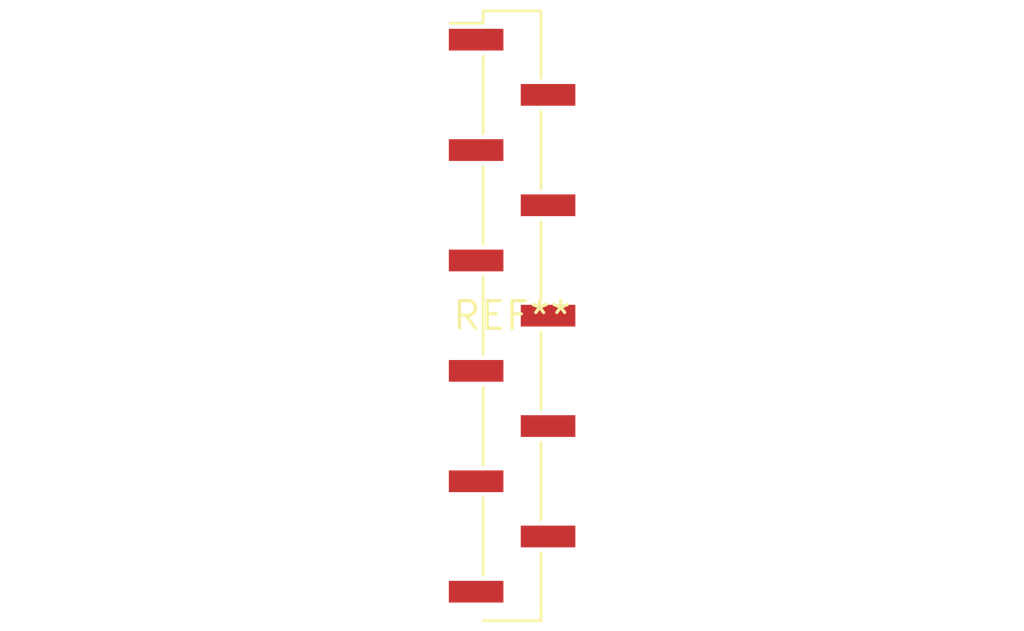
<source format=kicad_pcb>
(kicad_pcb (version 20240108) (generator pcbnew)
  (layers (0 "F.Cu" signal) (31 "B.Cu" signal) (34 "B.Paste" user) (35 "F.Paste" user) (36 "B.SilkS" user "B.Silkscreen") (37 "F.SilkS" user "F.Silkscreen") (38 "B.Mask" user) (39 "F.Mask" user) (44 "Edge.Cuts" user))
  (net 0 "")
  (footprint "PinHeader_1x11_P2.54mm_Vertical_SMD_Pin1Left" (layer "F.Cu") (at 0 0)
    (property "Reference" "REF**")
    (property "Value" "PinHeader_1x11_P2.54mm_Vertical_SMD_Pin1Left")
    (fp_line (start -1.33 -14.03) (end -1.33 -13.46) (layer "F.SilkS") (stroke (width 0.12)))
    (fp_line (start -1.33 -14.03) (end 1.33 -14.03) (layer "F.SilkS") (stroke (width 0.12)))
    (fp_line (start -1.33 -13.46) (end -2.85 -13.46) (layer "F.SilkS") (stroke (width 0.12)))
    (fp_line (start -1.33 -11.94) (end -1.33 -8.38) (layer "F.SilkS") (stroke (width 0.12)))
    (fp_line (start -1.33 -6.86) (end -1.33 -3.3) (layer "F.SilkS") (stroke (width 0.12)))
    (fp_line (start -1.33 -1.78) (end -1.33 1.78) (layer "F.SilkS") (stroke (width 0.12)))
    (fp_line (start -1.33 3.3) (end -1.33 6.86) (layer "F.SilkS") (stroke (width 0.12)))
    (fp_line (start -1.33 8.38) (end -1.33 11.94) (layer "F.SilkS") (stroke (width 0.12)))
    (fp_line (start -1.33 14.03) (end 1.33 14.03) (layer "F.SilkS") (stroke (width 0.12)))
    (fp_line (start 1.33 -14.03) (end 1.33 -10.92) (layer "F.SilkS") (stroke (width 0.12)))
    (fp_line (start 1.33 -9.4) (end 1.33 -5.84) (layer "F.SilkS") (stroke (width 0.12)))
    (fp_line (start 1.33 -4.32) (end 1.33 -0.76) (layer "F.SilkS") (stroke (width 0.12)))
    (fp_line (start 1.33 0.76) (end 1.33 4.32) (layer "F.SilkS") (stroke (width 0.12)))
    (fp_line (start 1.33 5.84) (end 1.33 9.4) (layer "F.SilkS") (stroke (width 0.12)))
    (fp_line (start 1.33 10.92) (end 1.33 14.03) (layer "F.SilkS") (stroke (width 0.12)))
    (fp_line (start 1.33 13.46) (end 1.33 14.03) (layer "F.SilkS") (stroke (width 0.12)))
    (pad "1" smd rect (at -1.655 -12.7) (size 2.51 1) (layers "F.Cu" "F.Paste" "F.Mask"))
    (pad "2" smd rect (at 1.655 -10.16) (size 2.51 1) (layers "F.Cu" "F.Paste" "F.Mask"))
    (pad "3" smd rect (at -1.655 -7.62) (size 2.51 1) (layers "F.Cu" "F.Paste" "F.Mask"))
    (pad "4" smd rect (at 1.655 -5.08) (size 2.51 1) (layers "F.Cu" "F.Paste" "F.Mask"))
    (pad "5" smd rect (at -1.655 -2.54) (size 2.51 1) (layers "F.Cu" "F.Paste" "F.Mask"))
    (pad "6" smd rect (at 1.655 0) (size 2.51 1) (layers "F.Cu" "F.Paste" "F.Mask"))
    (pad "7" smd rect (at -1.655 2.54) (size 2.51 1) (layers "F.Cu" "F.Paste" "F.Mask"))
    (pad "8" smd rect (at 1.655 5.08) (size 2.51 1) (layers "F.Cu" "F.Paste" "F.Mask"))
    (pad "9" smd rect (at -1.655 7.62) (size 2.51 1) (layers "F.Cu" "F.Paste" "F.Mask"))
    (pad "10" smd rect (at 1.655 10.16) (size 2.51 1) (layers "F.Cu" "F.Paste" "F.Mask"))
    (pad "11" smd rect (at -1.655 12.7) (size 2.51 1) (layers "F.Cu" "F.Paste" "F.Mask"))
  )
)
</source>
